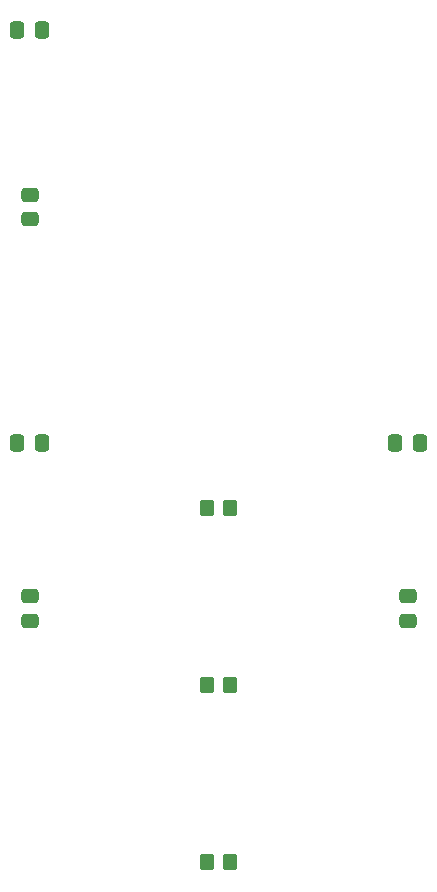
<source format=gtp>
G04 #@! TF.GenerationSoftware,KiCad,Pcbnew,(6.0.0)*
G04 #@! TF.CreationDate,2022-01-28T17:41:21+10:00*
G04 #@! TF.ProjectId,PowerSupply,506f7765-7253-4757-9070-6c792e6b6963,rev?*
G04 #@! TF.SameCoordinates,Original*
G04 #@! TF.FileFunction,Paste,Top*
G04 #@! TF.FilePolarity,Positive*
%FSLAX46Y46*%
G04 Gerber Fmt 4.6, Leading zero omitted, Abs format (unit mm)*
G04 Created by KiCad (PCBNEW (6.0.0)) date 2022-01-28 17:41:21*
%MOMM*%
%LPD*%
G01*
G04 APERTURE LIST*
G04 Aperture macros list*
%AMRoundRect*
0 Rectangle with rounded corners*
0 $1 Rounding radius*
0 $2 $3 $4 $5 $6 $7 $8 $9 X,Y pos of 4 corners*
0 Add a 4 corners polygon primitive as box body*
4,1,4,$2,$3,$4,$5,$6,$7,$8,$9,$2,$3,0*
0 Add four circle primitives for the rounded corners*
1,1,$1+$1,$2,$3*
1,1,$1+$1,$4,$5*
1,1,$1+$1,$6,$7*
1,1,$1+$1,$8,$9*
0 Add four rect primitives between the rounded corners*
20,1,$1+$1,$2,$3,$4,$5,0*
20,1,$1+$1,$4,$5,$6,$7,0*
20,1,$1+$1,$6,$7,$8,$9,0*
20,1,$1+$1,$8,$9,$2,$3,0*%
G04 Aperture macros list end*
%ADD10RoundRect,0.250000X0.475000X-0.337500X0.475000X0.337500X-0.475000X0.337500X-0.475000X-0.337500X0*%
%ADD11RoundRect,0.250000X-0.350000X-0.450000X0.350000X-0.450000X0.350000X0.450000X-0.350000X0.450000X0*%
%ADD12RoundRect,0.250000X-0.337500X-0.475000X0.337500X-0.475000X0.337500X0.475000X-0.337500X0.475000X0*%
%ADD13RoundRect,0.250000X0.337500X0.475000X-0.337500X0.475000X-0.337500X-0.475000X0.337500X-0.475000X0*%
%ADD14RoundRect,0.250000X0.350000X0.450000X-0.350000X0.450000X-0.350000X-0.450000X0.350000X-0.450000X0*%
G04 APERTURE END LIST*
D10*
X149000000Y-88037500D03*
X149000000Y-85962500D03*
D11*
X164000000Y-112500000D03*
X166000000Y-112500000D03*
D12*
X179962500Y-107000000D03*
X182037500Y-107000000D03*
D10*
X181000000Y-122037500D03*
X181000000Y-119962500D03*
X149000000Y-122037500D03*
X149000000Y-119962500D03*
D13*
X150037500Y-107000000D03*
X147962500Y-107000000D03*
D11*
X164000000Y-127500000D03*
X166000000Y-127500000D03*
D14*
X166000000Y-142500000D03*
X164000000Y-142500000D03*
D12*
X147962500Y-72000000D03*
X150037500Y-72000000D03*
M02*

</source>
